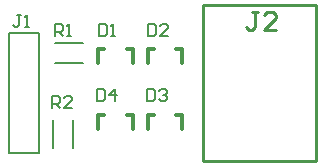
<source format=gto>
%FSLAX24Y24*%
%MOIN*%
%SFA1B1*%

%IPPOS*%
%ADD20C,0.012000*%
%ADD21C,0.010000*%
%ADD22C,0.008000*%
%ADD23C,0.007900*%
%LNpcb1-1*%
%LPD*%
G54D20*
X13076Y13767D02*
X13276D01*
X14026D02*
X14226D01*
X13076Y13317D02*
Y13767D01*
X14226Y13317D02*
Y13767D01*
X14726Y11567D02*
X14926D01*
X15676D02*
X15876D01*
X14726Y11117D02*
Y11567D01*
X15876Y11117D02*
Y11567D01*
X14726Y13767D02*
X14926D01*
X15676D02*
X15876D01*
X14726Y13317D02*
Y13767D01*
X15876Y13317D02*
Y13767D01*
X13076Y11567D02*
X13276D01*
X14026D02*
X14226D01*
X13076Y11117D02*
Y11567D01*
X14226Y11117D02*
Y11567D01*
G54D21*
X16570Y10051D02*
Y15228D01*
X20349*
Y10051D02*
Y15228D01*
X16570Y10051D02*
X20349D01*
X18400Y15000D02*
X18200D01*
X18300*
Y14500*
X18200Y14400*
X18100*
X18000Y14500*
X19000Y14400D02*
X18600D01*
X19000Y14800*
Y14900*
X18900Y15000*
X18700*
X18600Y14900*
G54D22*
X11635Y13315D02*
X12565D01*
X11635Y13985D02*
X12565D01*
X12235Y10485D02*
Y11415D01*
X11565Y10485D02*
Y11415D01*
X10517Y14900D02*
X10383D01*
X10450*
Y14567*
X10383Y14500*
X10317*
X10250Y14567*
X10650Y14500D02*
X10783D01*
X10717*
Y14900*
X10650Y14833*
X13100Y14600D02*
Y14200D01*
X13300*
X13367Y14267*
Y14533*
X13300Y14600*
X13100*
X13500Y14200D02*
X13633D01*
X13567*
Y14600*
X13500Y14533*
X14750Y14600D02*
Y14200D01*
X14950*
X15017Y14267*
Y14533*
X14950Y14600*
X14750*
X15416Y14200D02*
X15150D01*
X15416Y14467*
Y14533*
X15350Y14600*
X15217*
X15150Y14533*
X14700Y12450D02*
Y12050D01*
X14900*
X14967Y12117*
Y12383*
X14900Y12450*
X14700*
X15100Y12383D02*
X15167Y12450D01*
X15300*
X15366Y12383*
Y12317*
X15300Y12250*
X15233*
X15300*
X15366Y12183*
Y12117*
X15300Y12050*
X15167*
X15100Y12117*
X13050Y12450D02*
Y12050D01*
X13250*
X13317Y12117*
Y12383*
X13250Y12450*
X13050*
X13650Y12050D02*
Y12450D01*
X13450Y12250*
X13716*
X11650Y14200D02*
Y14600D01*
X11850*
X11917Y14533*
Y14400*
X11850Y14333*
X11650*
X11783D02*
X11917Y14200D01*
X12050D02*
X12183D01*
X12117*
Y14600*
X12050Y14533*
X11550Y11800D02*
Y12200D01*
X11750*
X11817Y12133*
Y12000*
X11750Y11933*
X11550*
X11683D02*
X11817Y11800D01*
X12216D02*
X11950D01*
X12216Y12067*
Y12133*
X12150Y12200*
X12017*
X11950Y12133*
G54D23*
X10100Y14300D02*
X11100D01*
Y10300D02*
Y14300D01*
X10100Y10300D02*
Y14300D01*
Y10300D02*
X11100D01*
M02*
</source>
